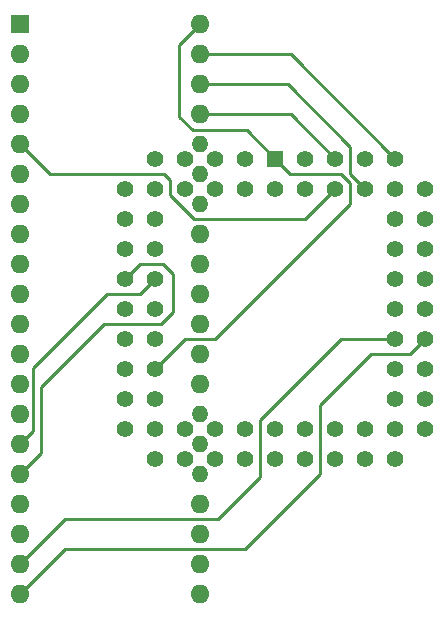
<source format=gbl>
G04 #@! TF.GenerationSoftware,KiCad,Pcbnew,(6.0.0)*
G04 #@! TF.CreationDate,2023-01-29T20:41:16-05:00*
G04 #@! TF.ProjectId,tms7000 plcc 68 adapter,746d7337-3030-4302-9070-6c6363203638,rev?*
G04 #@! TF.SameCoordinates,Original*
G04 #@! TF.FileFunction,Copper,L2,Bot*
G04 #@! TF.FilePolarity,Positive*
%FSLAX46Y46*%
G04 Gerber Fmt 4.6, Leading zero omitted, Abs format (unit mm)*
G04 Created by KiCad (PCBNEW (6.0.0)) date 2023-01-29 20:41:16*
%MOMM*%
%LPD*%
G01*
G04 APERTURE LIST*
G04 #@! TA.AperFunction,ComponentPad*
%ADD10R,1.600000X1.600000*%
G04 #@! TD*
G04 #@! TA.AperFunction,ComponentPad*
%ADD11O,1.600000X1.600000*%
G04 #@! TD*
G04 #@! TA.AperFunction,ComponentPad*
%ADD12O,1.400000X1.400000*%
G04 #@! TD*
G04 #@! TA.AperFunction,ComponentPad*
%ADD13R,1.422400X1.422400*%
G04 #@! TD*
G04 #@! TA.AperFunction,ComponentPad*
%ADD14C,1.422400*%
G04 #@! TD*
G04 #@! TA.AperFunction,Conductor*
%ADD15C,0.250000*%
G04 #@! TD*
G04 APERTURE END LIST*
D10*
X120116000Y-48531500D03*
D11*
X120116000Y-51071500D03*
X120116000Y-53611500D03*
X120116000Y-56151500D03*
X120116000Y-58691500D03*
X120116000Y-61231500D03*
X120116000Y-63771500D03*
X120116000Y-66311500D03*
X120116000Y-68851500D03*
X120116000Y-71391500D03*
X120116000Y-73931500D03*
X120116000Y-76471500D03*
X120116000Y-79011500D03*
X120116000Y-81551500D03*
X120116000Y-84091500D03*
X120116000Y-86631500D03*
X120116000Y-89171500D03*
X120116000Y-91711500D03*
X120116000Y-94251500D03*
X120116000Y-96791500D03*
X135356000Y-96791500D03*
X135356000Y-94251500D03*
X135356000Y-91711500D03*
X135356000Y-89171500D03*
D12*
X135356000Y-86631500D03*
X135356000Y-84091500D03*
X135356000Y-81551500D03*
D11*
X135356000Y-79011500D03*
X135356000Y-76471500D03*
X135356000Y-73931500D03*
X135356000Y-71391500D03*
X135356000Y-68851500D03*
X135356000Y-66311500D03*
D12*
X135356000Y-63771500D03*
X135356000Y-61231500D03*
X135356000Y-58691500D03*
D11*
X135356000Y-56151500D03*
X135356000Y-53611500D03*
X135356000Y-51071500D03*
X135356000Y-48531500D03*
D13*
X141732000Y-59944000D03*
D14*
X141732000Y-62484000D03*
X139192000Y-59944000D03*
X139192000Y-62484000D03*
X136652000Y-59944000D03*
X136652000Y-62484000D03*
X134112000Y-59944000D03*
X134112000Y-62484000D03*
X131572000Y-59944000D03*
X129032000Y-62484000D03*
X131572000Y-62484000D03*
X129032000Y-65024000D03*
X131572000Y-65024000D03*
X129032000Y-67564000D03*
X131572000Y-67564000D03*
X129032000Y-70104000D03*
X131572000Y-70104000D03*
X129032000Y-72644000D03*
X131572000Y-72644000D03*
X129032000Y-75184000D03*
X131572000Y-75184000D03*
X129032000Y-77724000D03*
X131572000Y-77724000D03*
X129032000Y-80264000D03*
X131572000Y-80264000D03*
X129032000Y-82804000D03*
X131572000Y-85344000D03*
X131572000Y-82804000D03*
X134112000Y-85344000D03*
X134112000Y-82804000D03*
X136652000Y-85344000D03*
X136652000Y-82804000D03*
X139192000Y-85344000D03*
X139192000Y-82804000D03*
X141732000Y-85344000D03*
X141732000Y-82804000D03*
X144272000Y-85344000D03*
X144272000Y-82804000D03*
X146812000Y-85344000D03*
X146812000Y-82804000D03*
X149352000Y-85344000D03*
X149352000Y-82804000D03*
X151892000Y-85344000D03*
X154432000Y-82804000D03*
X151892000Y-82804000D03*
X154432000Y-80264000D03*
X151892000Y-80264000D03*
X154432000Y-77724000D03*
X151892000Y-77724000D03*
X154432000Y-75184000D03*
X151892000Y-75184000D03*
X154432000Y-72644000D03*
X151892000Y-72644000D03*
X154432000Y-70104000D03*
X151892000Y-70104000D03*
X154432000Y-67564000D03*
X151892000Y-67564000D03*
X154432000Y-65024000D03*
X151892000Y-65024000D03*
X154432000Y-62484000D03*
X151892000Y-59944000D03*
X151892000Y-62484000D03*
X149352000Y-59944000D03*
X149352000Y-62484000D03*
X146812000Y-59944000D03*
X146812000Y-62484000D03*
X144272000Y-59944000D03*
X144272000Y-62484000D03*
D15*
X132842000Y-61722000D02*
X132842000Y-62992000D01*
X134874000Y-65024000D02*
X144272000Y-65024000D01*
X122638500Y-61214000D02*
X132334000Y-61214000D01*
X132842000Y-62992000D02*
X134874000Y-65024000D01*
X132334000Y-61214000D02*
X132842000Y-61722000D01*
X144272000Y-65024000D02*
X146812000Y-62484000D01*
X120116000Y-58691500D02*
X122638500Y-61214000D01*
X143019500Y-51071500D02*
X151892000Y-59944000D01*
X135356000Y-51071500D02*
X143019500Y-51071500D01*
X143019500Y-56151500D02*
X146812000Y-59944000D01*
X135356000Y-56151500D02*
X143019500Y-56151500D01*
X133604000Y-56388000D02*
X133604000Y-50283500D01*
X147320000Y-61214000D02*
X143002000Y-61214000D01*
X141732000Y-59944000D02*
X139319000Y-57531000D01*
X148082000Y-63754000D02*
X148082000Y-61976000D01*
X143002000Y-61214000D02*
X141732000Y-59944000D01*
X139319000Y-57531000D02*
X134747000Y-57531000D01*
X134112000Y-75184000D02*
X136652000Y-75184000D01*
X148082000Y-61976000D02*
X147320000Y-61214000D01*
X134747000Y-57531000D02*
X133604000Y-56388000D01*
X136652000Y-75184000D02*
X148082000Y-63754000D01*
X133604000Y-50283500D02*
X135356000Y-48531500D01*
X131572000Y-77724000D02*
X134112000Y-75184000D01*
X142765500Y-53611500D02*
X135356000Y-53611500D01*
X149352000Y-62484000D02*
X148082000Y-61214000D01*
X148082000Y-58928000D02*
X142765500Y-53611500D01*
X148082000Y-61214000D02*
X148082000Y-58928000D01*
X127508000Y-71374000D02*
X121240511Y-77641489D01*
X121240511Y-82966989D02*
X120116000Y-84091500D01*
X130302000Y-71374000D02*
X127508000Y-71374000D01*
X121240511Y-77641489D02*
X121240511Y-82966989D01*
X131572000Y-70104000D02*
X130302000Y-71374000D01*
X120116000Y-94251500D02*
X123943500Y-90424000D01*
X123943500Y-90424000D02*
X136906000Y-90424000D01*
X136906000Y-90424000D02*
X140462000Y-86868000D01*
X140462000Y-86868000D02*
X140462000Y-82042000D01*
X140462000Y-82042000D02*
X147320000Y-75184000D01*
X147320000Y-75184000D02*
X151892000Y-75184000D01*
X120116000Y-86631500D02*
X121920000Y-84827500D01*
X133096000Y-72898000D02*
X133096000Y-69694704D01*
X132235296Y-68834000D02*
X130302000Y-68834000D01*
X127254000Y-73914000D02*
X132080000Y-73914000D01*
X132080000Y-73914000D02*
X133096000Y-72898000D01*
X121920000Y-79248000D02*
X127254000Y-73914000D01*
X130302000Y-68834000D02*
X129032000Y-70104000D01*
X133096000Y-69694704D02*
X132235296Y-68834000D01*
X121920000Y-84827500D02*
X121920000Y-79248000D01*
X145542000Y-86614000D02*
X145542000Y-80772000D01*
X139192000Y-92964000D02*
X145542000Y-86614000D01*
X120116000Y-96791500D02*
X123943500Y-92964000D01*
X123943500Y-92964000D02*
X139192000Y-92964000D01*
X149860000Y-76454000D02*
X153162000Y-76454000D01*
X153162000Y-76454000D02*
X154432000Y-75184000D01*
X145542000Y-80772000D02*
X149860000Y-76454000D01*
M02*

</source>
